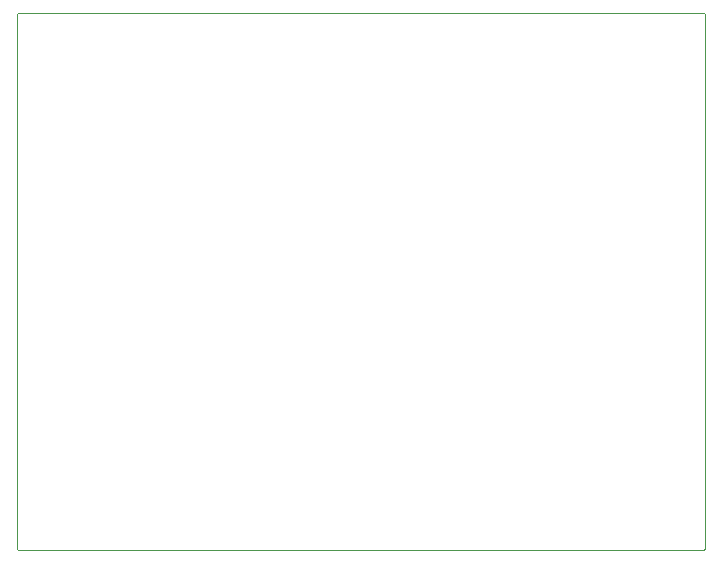
<source format=gbr>
G04*
G04 #@! TF.GenerationSoftware,Altium Limited,Altium Designer,24.3.1 (35)*
G04*
G04 Layer_Color=0*
%FSLAX44Y44*%
%MOMM*%
G71*
G04*
G04 #@! TF.SameCoordinates,7C1B9C0E-2346-4955-A66A-820B0877C6A1*
G04*
G04*
G04 #@! TF.FilePolarity,Positive*
G04*
G01*
G75*
%ADD85C,0.0254*%
D85*
X391000Y405077D02*
G02*
X389726Y406351I0J1274D01*
G01*
Y858520D01*
D02*
G02*
X391000Y859794I1274J0D01*
G01*
X509025D01*
X509131Y859798D01*
X970998Y859791D01*
D02*
G02*
X972272Y858517I-0J-1274D01*
G01*
X972273Y661344D01*
X972274Y406351D01*
D02*
G02*
X971000Y405077I-1274J0D01*
G01*
X391000D01*
M02*

</source>
